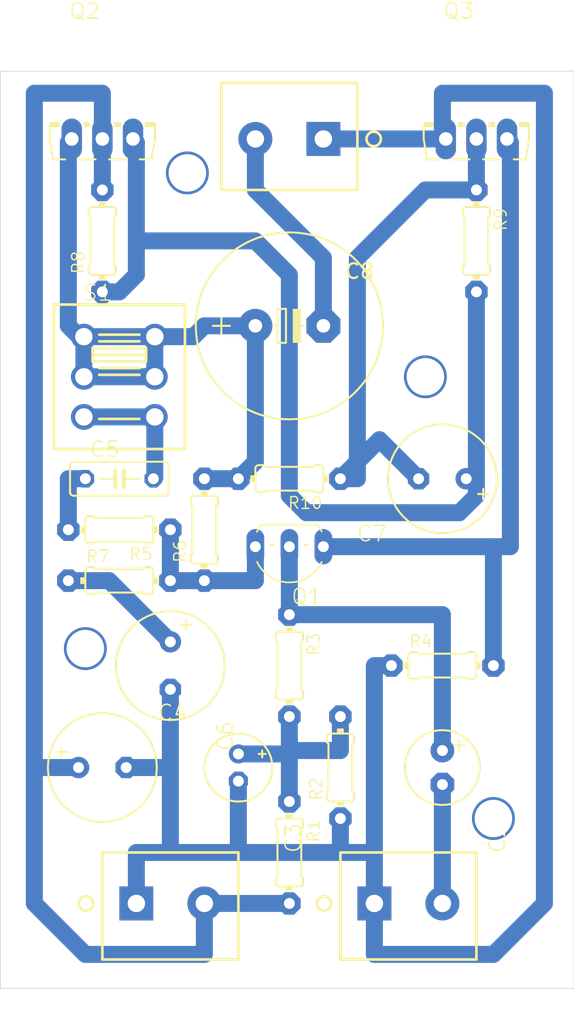
<source format=kicad_pcb>
(kicad_pcb (version 20241229) (generator "pcbnew") (generator_version "9.0")
  (layers (0 "F.Cu" signal) (2 "B.Cu" signal) (13 "F.Paste" user) (15 "B.Paste" user) (5 "F.SilkS" user "F.Silkscreen") (7 "B.SilkS" user "B.Silkscreen") (1 "F.Mask" user) (3 "B.Mask" user) (25 "Edge.Cuts" user))
  (net 0 "")
  (net 1 "N$1")
  (net 2 "N$3")
  (net 3 "N$4")
  (net 4 "N$5")
  (net 5 "N$7")
  (net 6 "N$6")
  (net 7 "N$8")
  (net 8 "N$10")
  (net 9 "N$11")
  (net 10 "N$12")
  (net 11 "+24V")
  (net 12 "GNDA")
  (net 13 "N$2")
  (net 14 "N$9")
  (net 15 "N$13")
  (net 16 "N$14")
  (net 17 "N$15")
  (net 18 "N$16")
  (footprint "AmpBoard:0204_7_420" (layer "F.Cu") (at 160.0961 115.1586)
    (property "Reference" "R4" (at -2.54 -1.2954 0) (layer "F.SilkS") (effects (font (size 0.885993 0.885993) (thickness 0.104607)) (justify left bottom)))
    (property "Value" "8K2-1/4W")
    (fp_line (start -2.54 0.762) (end -2.54 -0.762) (stroke (width 0.1524)) (layer "F.SilkS"))
    (fp_line (start -2.286 -1.016) (end -1.905 -1.016) (stroke (width 0.1524)) (layer "F.SilkS"))
    (fp_line (start -2.286 1.016) (end -1.905 1.016) (stroke (width 0.1524)) (layer "F.SilkS"))
    (fp_line (start -1.778 -0.889) (end -1.905 -1.016) (stroke (width 0.1524)) (layer "F.SilkS"))
    (fp_line (start -1.778 0.889) (end -1.905 1.016) (stroke (width 0.1524)) (layer "F.SilkS"))
    (fp_line (start 1.778 -0.889) (end -1.778 -0.889) (stroke (width 0.1524)) (layer "F.SilkS"))
    (fp_line (start 1.778 -0.889) (end 1.905 -1.016) (stroke (width 0.1524)) (layer "F.SilkS"))
    (fp_line (start 1.778 0.889) (end -1.778 0.889) (stroke (width 0.1524)) (layer "F.SilkS"))
    (fp_line (start 1.778 0.889) (end 1.905 1.016) (stroke (width 0.1524)) (layer "F.SilkS"))
    (fp_line (start 2.286 -1.016) (end 1.905 -1.016) (stroke (width 0.1524)) (layer "F.SilkS"))
    (fp_line (start 2.286 1.016) (end 1.905 1.016) (stroke (width 0.1524)) (layer "F.SilkS"))
    (fp_line (start 2.54 0.762) (end 2.54 -0.762) (stroke (width 0.1524)) (layer "F.SilkS"))
    (fp_arc (start -2.54 -0.762) (mid -2.465605 -0.941605) (end -2.286 -1.016) (stroke (width 0.1524)) (layer "F.SilkS"))
    (fp_arc (start -2.286 1.016) (mid -2.465605 0.941605) (end -2.54 0.762) (stroke (width 0.1524)) (layer "F.SilkS"))
    (fp_arc (start 2.286 -1.016) (mid 2.465605 -0.941605) (end 2.54 -0.762) (stroke (width 0.1524)) (layer "F.SilkS"))
    (fp_arc (start 2.54 0.762) (mid 2.465605 0.941605) (end 2.286 1.016) (stroke (width 0.1524)) (layer "F.SilkS"))
    (fp_poly (pts (xy -2.921 0.254) (xy -2.54 0.254) (xy -2.54 -0.254) (xy -2.921 -0.254)) (fill yes) (layer "F.SilkS"))
    (fp_poly (pts (xy 2.54 0.254) (xy 2.921 0.254) (xy 2.921 -0.254) (xy 2.54 -0.254)) (fill yes) (layer "F.SilkS"))
    (pad "1" thru_hole roundrect (at -3.81 0) (size 1.6764 1.6764) (drill 0.8128) (layers "*.Cu" "*.Mask") (chamfer_ratio 0.2928932188) (chamfer top_left top_right bottom_left bottom_right) (net 12 "GNDA"))
    (pad "2" thru_hole roundrect (at 3.81 0) (size 1.6764 1.6764) (drill 0.8128) (layers "*.Cu" "*.Mask") (chamfer_ratio 0.2928932188) (chamfer top_left top_right bottom_left bottom_right) (net 3 "N$4"))
  )
  (footprint "AmpBoard:0204_7_420" (layer "F.Cu") (at 134.6961 83.4086 90)
    (property "Reference" "R8" (at -2.54 -1.2954 90) (layer "F.SilkS") (effects (font (size 0.885993 0.885993) (thickness 0.104607)) (justify left bottom)))
    (property "Value" "560R_1/2W")
    (fp_line (start 2.286 -1.016) (end 1.905 -1.016) (stroke (width 0.1524)) (layer "F.SilkS"))
    (fp_line (start -2.286 -1.016) (end -1.905 -1.016) (stroke (width 0.1524)) (layer "F.SilkS"))
    (fp_line (start 1.778 -0.889) (end 1.905 -1.016) (stroke (width 0.1524)) (layer "F.SilkS"))
    (fp_line (start 1.778 -0.889) (end -1.778 -0.889) (stroke (width 0.1524)) (layer "F.SilkS"))
    (fp_line (start -1.778 -0.889) (end -1.905 -1.016) (stroke (width 0.1524)) (layer "F.SilkS"))
    (fp_line (start 2.54 0.762) (end 2.54 -0.762) (stroke (width 0.1524)) (layer "F.SilkS"))
    (fp_line (start -2.54 0.762) (end -2.54 -0.762) (stroke (width 0.1524)) (layer "F.SilkS"))
    (fp_line (start 1.778 0.889) (end -1.778 0.889) (stroke (width 0.1524)) (layer "F.SilkS"))
    (fp_line (start 1.778 0.889) (end 1.905 1.016) (stroke (width 0.1524)) (layer "F.SilkS"))
    (fp_line (start -1.778 0.889) (end -1.905 1.016) (stroke (width 0.1524)) (layer "F.SilkS"))
    (fp_line (start 2.286 1.016) (end 1.905 1.016) (stroke (width 0.1524)) (layer "F.SilkS"))
    (fp_line (start -2.286 1.016) (end -1.905 1.016) (stroke (width 0.1524)) (layer "F.SilkS"))
    (fp_arc (start 2.286 -1.016) (mid 2.465605 -0.941605) (end 2.54 -0.762) (stroke (width 0.1524)) (layer "F.SilkS"))
    (fp_arc (start -2.54 -0.762) (mid -2.465605 -0.941605) (end -2.286 -1.016) (stroke (width 0.1524)) (layer "F.SilkS"))
    (fp_arc (start 2.54 0.762) (mid 2.465605 0.941605) (end 2.286 1.016) (stroke (width 0.1524)) (layer "F.SilkS"))
    (fp_arc (start -2.286 1.016) (mid -2.465605 0.941605) (end -2.54 0.762) (stroke (width 0.1524)) (layer "F.SilkS"))
    (fp_poly (pts (xy 2.54 0.254) (xy 2.921 0.254) (xy 2.921 -0.254) (xy 2.54 -0.254)) (fill yes) (layer "F.SilkS"))
    (fp_poly (pts (xy -2.921 0.254) (xy -2.54 0.254) (xy -2.54 -0.254) (xy -2.921 -0.254)) (fill yes) (layer "F.SilkS"))
    (pad "1" thru_hole roundrect (at -3.81 0 90) (size 1.6764 1.6764) (drill 0.8128) (layers "*.Cu" "*.Mask") (chamfer_ratio 0.2928932188) (chamfer top_left top_right bottom_left bottom_right) (net 8 "N$10"))
    (pad "2" thru_hole roundrect (at 3.81 0 90) (size 1.6764 1.6764) (drill 0.8128) (layers "*.Cu" "*.Mask") (chamfer_ratio 0.2928932188) (chamfer top_left top_right bottom_left bottom_right) (net 11 "+24V"))
  )
  (footprint "AmpBoard:WEIDMULLER_PM5.08_2" (layer "F.Cu") (at 157.5561 132.9386)
    (property "Reference" "IN0" (hide yes))
    (property "Value" "AUDIO" (hide yes))
    (fp_line (start -5.08 -3.81) (end 5.08 -3.81) (stroke (width 0.2)) (layer "F.SilkS"))
    (fp_line (start -5.08 4.19) (end -5.08 -3.81) (stroke (width 0.2)) (layer "F.SilkS"))
    (fp_line (start 5.08 -3.81) (end 5.08 4.19) (stroke (width 0.2)) (layer "F.SilkS"))
    (fp_line (start 5.08 4.19) (end -5.08 4.19) (stroke (width 0.2)) (layer "F.SilkS"))
    (fp_circle (center -6.3 0) (end -5.761485 0) (stroke (width 0.2)) (fill no) (layer "F.SilkS"))
    (pad "1" thru_hole rect (at -2.54 0) (size 2.54 2.54) (drill 1.3) (layers "*.Cu" "*.Mask") (net 12 "GNDA"))
    (pad "2" thru_hole circle (at 2.54 0) (size 2.54 2.54) (drill 1.3) (layers "*.Cu" "*.Mask") (net 1 "N$1"))
  )
  (footprint "AmpBoard:0204_7_420" (layer "F.Cu") (at 148.6661 129.1286 -90)
    (property "Reference" "R1" (at -2.54 -1.2954 90) (layer "F.SilkS") (effects (font (size 0.885993 0.885993) (thickness 0.104607)) (justify right top)))
    (property "Value" "100K-1/4W")
    (fp_line (start -2.286 1.016) (end -1.905 1.016) (stroke (width 0.1524)) (layer "F.SilkS"))
    (fp_line (start 2.286 1.016) (end 1.905 1.016) (stroke (width 0.1524)) (layer "F.SilkS"))
    (fp_line (start -1.778 0.889) (end -1.905 1.016) (stroke (width 0.1524)) (layer "F.SilkS"))
    (fp_line (start 1.778 0.889) (end 1.905 1.016) (stroke (width 0.1524)) (layer "F.SilkS"))
    (fp_line (start 1.778 0.889) (end -1.778 0.889) (stroke (width 0.1524)) (layer "F.SilkS"))
    (fp_line (start -2.54 0.762) (end -2.54 -0.762) (stroke (width 0.1524)) (layer "F.SilkS"))
    (fp_line (start 2.54 0.762) (end 2.54 -0.762) (stroke (width 0.1524)) (layer "F.SilkS"))
    (fp_line (start -1.778 -0.889) (end -1.905 -1.016) (stroke (width 0.1524)) (layer "F.SilkS"))
    (fp_line (start 1.778 -0.889) (end -1.778 -0.889) (stroke (width 0.1524)) (layer "F.SilkS"))
    (fp_line (start 1.778 -0.889) (end 1.905 -1.016) (stroke (width 0.1524)) (layer "F.SilkS"))
    (fp_line (start -2.286 -1.016) (end -1.905 -1.016) (stroke (width 0.1524)) (layer "F.SilkS"))
    (fp_line (start 2.286 -1.016) (end 1.905 -1.016) (stroke (width 0.1524)) (layer "F.SilkS"))
    (fp_arc (start -2.286 1.016) (mid -2.465605 0.941605) (end -2.54 0.762) (stroke (width 0.1524)) (layer "F.SilkS"))
    (fp_arc (start 2.54 0.762) (mid 2.465605 0.941605) (end 2.286 1.016) (stroke (width 0.1524)) (layer "F.SilkS"))
    (fp_arc (start -2.54 -0.762) (mid -2.465605 -0.941605) (end -2.286 -1.016) (stroke (width 0.1524)) (layer "F.SilkS"))
    (fp_arc (start 2.286 -1.016) (mid 2.465605 -0.941605) (end 2.54 -0.762) (stroke (width 0.1524)) (layer "F.SilkS"))
    (fp_poly (pts (xy -2.921 0.254) (xy -2.54 0.254) (xy -2.54 -0.254) (xy -2.921 -0.254)) (fill yes) (layer "F.SilkS"))
    (fp_poly (pts (xy 2.54 0.254) (xy 2.921 0.254) (xy 2.921 -0.254) (xy 2.54 -0.254)) (fill yes) (layer "F.SilkS"))
    (pad "1" thru_hole roundrect (at -3.81 0 270) (size 1.6764 1.6764) (drill 0.8128) (layers "*.Cu" "*.Mask") (chamfer_ratio 0.2928932188) (chamfer top_left top_right bottom_left bottom_right) (net 2 "N$3"))
    (pad "2" thru_hole roundrect (at 3.81 0 270) (size 1.6764 1.6764) (drill 0.8128) (layers "*.Cu" "*.Mask") (chamfer_ratio 0.2928932188) (chamfer top_left top_right bottom_left bottom_right) (net 11 "+24V"))
  )
  (footprint "AmpBoard:E3,5-8_420" (layer "F.Cu") (at 134.6961 122.7786)
    (property "Reference" "C4" (at 4.064 -3.429 0) (layer "F.SilkS") (effects (font (size 1.1557 1.1557) (thickness 0.1143)) (justify left bottom)))
    (property "Value" "100uf-35v")
    (fp_line (start -3.429 -1.143) (end -2.667 -1.143) (stroke (width 0.1524)) (layer "F.SilkS"))
    (fp_line (start -3.048 -0.762) (end -3.048 -1.524) (stroke (width 0.1524)) (layer "F.SilkS"))
    (fp_circle (center 0 0) (end 4.064 0) (stroke (width 0.1524)) (fill no) (layer "F.SilkS"))
    (pad "+" thru_hole circle (at -1.778 0) (size 1.6002 1.6002) (drill 0.8128) (layers "*.Cu" "*.Mask") (net 11 "+24V"))
    (pad "-" thru_hole roundrect (at 1.778 0) (size 1.6002 1.6002) (drill 0.8128) (layers "*.Cu" "*.Mask") (chamfer_ratio 0.2928932188) (chamfer top_left top_right bottom_left bottom_right) (net 12 "GNDA"))
  )
  (footprint "AmpBoard:E3,5-8_420" (layer "F.Cu") (at 139.7761 115.1586 -90)
    (property "Reference" "C6" (at 4.064 -3.429 90) (layer "F.SilkS") (effects (font (size 1.1557 1.1557) (thickness 0.1143)) (justify right top)))
    (property "Value" "220uf-25v")
    (fp_line (start -3.048 -0.762) (end -3.048 -1.524) (stroke (width 0.1524)) (layer "F.SilkS"))
    (fp_line (start -3.429 -1.143) (end -2.667 -1.143) (stroke (width 0.1524)) (layer "F.SilkS"))
    (fp_circle (center 0 0) (end 4.064 0) (stroke (width 0.1524)) (fill no) (layer "F.SilkS"))
    (pad "+" thru_hole circle (at -1.778 0 270) (size 1.6002 1.6002) (drill 0.8128) (layers "*.Cu" "*.Mask") (net 5 "N$7"))
    (pad "-" thru_hole roundrect (at 1.778 0 270) (size 1.6002 1.6002) (drill 0.8128) (layers "*.Cu" "*.Mask") (chamfer_ratio 0.2928932188) (chamfer top_left top_right bottom_left bottom_right) (net 12 "GNDA"))
  )
  (footprint "AmpBoard:0204_7_420" (layer "F.Cu") (at 148.6661 101.1886 180)
    (property "Reference" "R10" (at -2.54 -1.2954 0) (layer "F.SilkS") (effects (font (size 0.885993 0.885993) (thickness 0.104607)) (justify right top)))
    (property "Value" "1R_1/2W")
    (fp_line (start 2.54 0.762) (end 2.54 -0.762) (stroke (width 0.1524)) (layer "F.SilkS"))
    (fp_line (start 2.286 1.016) (end 1.905 1.016) (stroke (width 0.1524)) (layer "F.SilkS"))
    (fp_line (start 2.286 -1.016) (end 1.905 -1.016) (stroke (width 0.1524)) (layer "F.SilkS"))
    (fp_line (start 1.778 0.889) (end 1.905 1.016) (stroke (width 0.1524)) (layer "F.SilkS"))
    (fp_line (start 1.778 0.889) (end -1.778 0.889) (stroke (width 0.1524)) (layer "F.SilkS"))
    (fp_line (start 1.778 -0.889) (end 1.905 -1.016) (stroke (width 0.1524)) (layer "F.SilkS"))
    (fp_line (start 1.778 -0.889) (end -1.778 -0.889) (stroke (width 0.1524)) (layer "F.SilkS"))
    (fp_line (start -1.778 0.889) (end -1.905 1.016) (stroke (width 0.1524)) (layer "F.SilkS"))
    (fp_line (start -1.778 -0.889) (end -1.905 -1.016) (stroke (width 0.1524)) (layer "F.SilkS"))
    (fp_line (start -2.286 1.016) (end -1.905 1.016) (stroke (width 0.1524)) (layer "F.SilkS"))
    (fp_line (start -2.286 -1.016) (end -1.905 -1.016) (stroke (width 0.1524)) (layer "F.SilkS"))
    (fp_line (start -2.54 0.762) (end -2.54 -0.762) (stroke (width 0.1524)) (layer "F.SilkS"))
    (fp_arc (start 2.54 0.762) (mid 2.465605 0.941605) (end 2.286 1.016) (stroke (width 0.1524)) (layer "F.SilkS"))
    (fp_arc (start 2.286 -1.016) (mid 2.465605 -0.941605) (end 2.54 -0.762) (stroke (width 0.1524)) (layer "F.SilkS"))
    (fp_arc (start -2.286 1.016) (mid -2.465605 0.941605) (end -2.54 0.762) (stroke (width 0.1524)) (layer "F.SilkS"))
    (fp_arc (start -2.54 -0.762) (mid -2.465605 -0.941605) (end -2.286 -1.016) (stroke (width 0.1524)) (layer "F.SilkS"))
    (fp_poly (pts (xy 2.54 0.254) (xy 2.921 0.254) (xy 2.921 -0.254) (xy 2.54 -0.254)) (fill yes) (layer "F.SilkS"))
    (fp_poly (pts (xy -2.921 0.254) (xy -2.54 0.254) (xy -2.54 -0.254) (xy -2.921 -0.254)) (fill yes) (layer "F.SilkS"))
    (pad "1" thru_hole roundrect (at -3.81 0 180) (size 1.6764 1.6764) (drill 0.8128) (layers "*.Cu" "*.Mask") (chamfer_ratio 0.2928932188) (chamfer top_left top_right bottom_left bottom_right) (net 9 "N$11"))
    (pad "2" thru_hole roundrect (at 3.81 0 180) (size 1.6764 1.6764) (drill 0.8128) (layers "*.Cu" "*.Mask") (chamfer_ratio 0.2928932188) (chamfer top_left top_right bottom_left bottom_right) (net 7 "N$8"))
  )
  (footprint "AmpBoard:E5-13_420" (layer "F.Cu") (at 148.6661 89.7586)
    (property "Reference" "C8" (at 4.064 -3.429 0) (layer "F.SilkS") (effects (font (size 1.10998 1.10998) (thickness 0.16002)) (justify left bottom)))
    (property "Value" "1000uf-25v")
    (fp_line (start -5.715 0) (end -4.445 0) (stroke (width 0.1524)) (layer "F.SilkS"))
    (fp_line (start -5.08 0.635) (end -5.08 -0.635) (stroke (width 0.1524)) (layer "F.SilkS"))
    (fp_line (start -1.143 0) (end -0.889 0) (stroke (width 0.1524)) (layer "F.SilkS"))
    (fp_line (start -0.889 -1.27) (end -0.889 0) (stroke (width 0.1524)) (layer "F.SilkS"))
    (fp_line (start -0.889 0) (end -0.889 1.27) (stroke (width 0.1524)) (layer "F.SilkS"))
    (fp_line (start -0.889 1.27) (end -0.254 1.27) (stroke (width 0.1524)) (layer "F.SilkS"))
    (fp_line (start -0.254 -1.27) (end -0.889 -1.27) (stroke (width 0.1524)) (layer "F.SilkS"))
    (fp_line (start -0.254 1.27) (end -0.254 -1.27) (stroke (width 0.1524)) (layer "F.SilkS"))
    (fp_line (start 0.635 0) (end 1.143 0) (stroke (width 0.1524)) (layer "F.SilkS"))
    (fp_circle (center 0 0) (end 6.985 0) (stroke (width 0.1524)) (fill no) (layer "F.SilkS"))
    (fp_poly (pts (xy 0.254 1.27) (xy 0.889 1.27) (xy 0.889 -1.27) (xy 0.254 -1.27)) (fill yes) (layer "F.SilkS"))
    (pad "+" thru_hole circle (at -2.54 0) (size 2.54 2.54) (drill 1.016) (layers "*.Cu" "*.Mask") (net 7 "N$8"))
    (pad "-" thru_hole roundrect (at 2.54 0) (size 2.54 2.54) (drill 1.016) (layers "*.Cu" "*.Mask") (chamfer_ratio 0.2928932188) (chamfer top_left top_right bottom_left bottom_right) (net 10 "N$12"))
  )
  (footprint "AmpBoard:TO126AV_400" (layer "F.Cu") (at 162.6361 74.5186)
    (property "Reference" "Q3" (at -2.54 -7.62 0) (layer "F.SilkS") (effects (font (size 1.1557 1.1557) (thickness 0.1143)) (justify left bottom)))
    (property "Value" "BD439")
    (fp_line (start -3.937 0.127) (end -3.937 1.27) (stroke (width 0.1524)) (layer "F.SilkS"))
    (fp_line (start -3.937 1.27) (end -3.683 2.794) (stroke (width 0.1524)) (layer "F.SilkS"))
    (fp_line (start -3.683 2.794) (end -2.794 2.794) (stroke (width 0.1524)) (layer "F.SilkS"))
    (fp_line (start -1.778 2.794) (end -0.508 2.794) (stroke (width 0.1524)) (layer "F.SilkS"))
    (fp_line (start 0.508 2.794) (end 1.778 2.794) (stroke (width 0.1524)) (layer "F.SilkS"))
    (fp_line (start 2.794 2.794) (end 3.683 2.794) (stroke (width 0.1524)) (layer "F.SilkS"))
    (fp_line (start 3.683 2.794) (end 3.937 1.27) (stroke (width 0.1524)) (layer "F.SilkS"))
    (fp_line (start 3.937 1.27) (end 3.937 0.127) (stroke (width 0.1524)) (layer "F.SilkS"))
    (fp_poly (pts (xy -3.937 0.381) (xy -3.175 0.381) (xy -3.175 0) (xy -3.937 0)) (fill yes) (layer "F.SilkS"))
    (fp_poly (pts (xy -1.397 0.381) (xy -0.889 0.381) (xy -0.889 0) (xy -1.397 0)) (fill yes) (layer "F.SilkS"))
    (fp_poly (pts (xy 0.889 0.381) (xy 1.397 0.381) (xy 1.397 0) (xy 0.889 0)) (fill yes) (layer "F.SilkS"))
    (fp_poly (pts (xy 3.175 0.381) (xy 3.937 0.381) (xy 3.937 0) (xy 3.175 0)) (fill yes) (layer "F.SilkS"))
    (pad "B" thru_hole oval (at 2.286 1.27 90) (size 3.048 1.524) (drill 1.016) (layers "*.Cu" "*.Mask") (net 3 "N$4"))
    (pad "C" thru_hole oval (at 0 1.27 90) (size 3.048 1.524) (drill 1.016) (layers "*.Cu" "*.Mask") (net 9 "N$11"))
    (pad "E" thru_hole oval (at -2.286 1.27 90) (size 3.048 1.524) (drill 1.016) (layers "*.Cu" "*.Mask") (net 12 "GNDA"))
  )
  (footprint "AmpBoard:E2,5-6_420" (layer "F.Cu") (at 160.0961 122.7786 -90)
    (property "Reference" "C2" (at 4.064 -3.429 90) (layer "F.SilkS") (effects (font (size 1.1557 1.1557) (thickness 0.1143)) (justify right top)))
    (property "Value" "10uf-63v")
    (fp_line (start -1.651 -0.889) (end -1.651 -1.27) (stroke (width 0.1524)) (layer "F.SilkS"))
    (fp_line (start -2.032 -1.27) (end -1.651 -1.27) (stroke (width 0.1524)) (layer "F.SilkS"))
    (fp_line (start -1.651 -1.27) (end -1.27 -1.27) (stroke (width 0.1524)) (layer "F.SilkS"))
    (fp_line (start -1.651 -1.27) (end -1.651 -1.651) (stroke (width 0.1524)) (layer "F.SilkS"))
    (fp_circle (center 0 0) (end 2.794 0) (stroke (width 0.1524)) (fill no) (layer "F.SilkS"))
    (pad "+" thru_hole circle (at -1.27 0 270) (size 1.778 1.778) (drill 0.8128) (layers "*.Cu" "*.Mask") (net 13 "N$2"))
    (pad "-" thru_hole roundrect (at 1.27 0 270) (size 1.778 1.778) (drill 0.8128) (layers "*.Cu" "*.Mask") (chamfer_ratio 0.2928932188) (chamfer top_left top_right bottom_left bottom_right) (net 1 "N$1"))
  )
  (footprint "AmpBoard:E2-5_420" (layer "F.Cu") (at 144.8561 122.7786 -90)
    (property "Reference" "C3" (at 4.064 -3.429 90) (layer "F.SilkS") (effects (font (size 1.1557 1.1557) (thickness 0.1143)) (justify right top)))
    (property "Value" "47uf-25v")
    (fp_line (start -1.016 -1.524) (end -1.016 -2.032) (stroke (width 0.1524)) (layer "F.SilkS"))
    (fp_line (start -1.27 -1.778) (end -0.762 -1.778) (stroke (width 0.1524)) (layer "F.SilkS"))
    (fp_circle (center 0 0) (end 2.54 0) (stroke (width 0.1524)) (fill no) (layer "F.SilkS"))
    (pad "+" thru_hole circle (at -1.016 0 270) (size 1.4224 1.4224) (drill 0.8128) (layers "*.Cu" "*.Mask") (net 2 "N$3"))
    (pad "-" thru_hole roundrect (at 1.016 0 270) (size 1.4224 1.4224) (drill 0.8128) (layers "*.Cu" "*.Mask") (chamfer_ratio 0.2928932188) (chamfer top_left top_right bottom_left bottom_right) (net 12 "GNDA"))
  )
  (footprint "AmpBoard:0204_7_420" (layer "F.Cu") (at 135.9661 108.8086)
    (property "Reference" "R7" (at -2.54 -1.2954 0) (layer "F.SilkS") (effects (font (size 0.885993 0.885993) (thickness 0.104607)) (justify left bottom)))
    (property "Value" "100R-1/4W")
    (fp_line (start -2.54 0.762) (end -2.54 -0.762) (stroke (width 0.1524)) (layer "F.SilkS"))
    (fp_line (start -2.286 -1.016) (end -1.905 -1.016) (stroke (width 0.1524)) (layer "F.SilkS"))
    (fp_line (start -2.286 1.016) (end -1.905 1.016) (stroke (width 0.1524)) (layer "F.SilkS"))
    (fp_line (start -1.778 -0.889) (end -1.905 -1.016) (stroke (width 0.1524)) (layer "F.SilkS"))
    (fp_line (start -1.778 0.889) (end -1.905 1.016) (stroke (width 0.1524)) (layer "F.SilkS"))
    (fp_line (start 1.778 -0.889) (end -1.778 -0.889) (stroke (width 0.1524)) (layer "F.SilkS"))
    (fp_line (start 1.778 -0.889) (end 1.905 -1.016) (stroke (width 0.1524)) (layer "F.SilkS"))
    (fp_line (start 1.778 0.889) (end -1.778 0.889) (stroke (width 0.1524)) (layer "F.SilkS"))
    (fp_line (start 1.778 0.889) (end 1.905 1.016) (stroke (width 0.1524)) (layer "F.SilkS"))
    (fp_line (start 2.286 -1.016) (end 1.905 -1.016) (stroke (width 0.1524)) (layer "F.SilkS"))
    (fp_line (start 2.286 1.016) (end 1.905 1.016) (stroke (width 0.1524)) (layer "F.SilkS"))
    (fp_line (start 2.54 0.762) (end 2.54 -0.762) (stroke (width 0.1524)) (layer "F.SilkS"))
    (fp_arc (start -2.54 -0.762) (mid -2.465605 -0.941605) (end -2.286 -1.016) (stroke (width 0.1524)) (layer "F.SilkS"))
    (fp_arc (start -2.286 1.016) (mid -2.465605 0.941605) (end -2.54 0.762) (stroke (width 0.1524)) (layer "F.SilkS"))
    (fp_arc (start 2.286 -1.016) (mid 2.465605 -0.941605) (end 2.54 -0.762) (stroke (width 0.1524)) (layer "F.SilkS"))
    (fp_arc (start 2.54 0.762) (mid 2.465605 0.941605) (end 2.286 1.016) (stroke (width 0.1524)) (layer "F.SilkS"))
    (fp_poly (pts (xy -2.921 0.254) (xy -2.54 0.254) (xy -2.54 -0.254) (xy -2.921 -0.254)) (fill yes) (layer "F.SilkS"))
    (fp_poly (pts (xy 2.54 0.254) (xy 2.921 0.254) (xy 2.921 -0.254) (xy 2.54 -0.254)) (fill yes) (layer "F.SilkS"))
    (pad "1" thru_hole roundrect (at -3.81 0) (size 1.6764 1.6764) (drill 0.8128) (layers "*.Cu" "*.Mask") (chamfer_ratio 0.2928932188) (chamfer top_left top_right bottom_left bottom_right) (net 5 "N$7"))
    (pad "2" thru_hole roundrect (at 3.81 0) (size 1.6764 1.6764) (drill 0.8128) (layers "*.Cu" "*.Mask") (chamfer_ratio 0.2928932188) (chamfer top_left top_right bottom_left bottom_right) (net 4 "N$5"))
  )
  (footprint "AmpBoard:0204_7_420" (layer "F.Cu") (at 135.9661 104.9986 180)
    (property "Reference" "R5" (at -2.54 -1.2954 0) (layer "F.SilkS") (effects (font (size 0.885993 0.885993) (thickness 0.104607)) (justify right top)))
    (property "Value" "1K5-1/4W")
    (fp_line (start 2.54 0.762) (end 2.54 -0.762) (stroke (width 0.1524)) (layer "F.SilkS"))
    (fp_line (start 2.286 1.016) (end 1.905 1.016) (stroke (width 0.1524)) (layer "F.SilkS"))
    (fp_line (start 2.286 -1.016) (end 1.905 -1.016) (stroke (width 0.1524)) (layer "F.SilkS"))
    (fp_line (start 1.778 0.889) (end 1.905 1.016) (stroke (width 0.1524)) (layer "F.SilkS"))
    (fp_line (start 1.778 0.889) (end -1.778 0.889) (stroke (width 0.1524)) (layer "F.SilkS"))
    (fp_line (start 1.778 -0.889) (end 1.905 -1.016) (stroke (width 0.1524)) (layer "F.SilkS"))
    (fp_line (start 1.778 -0.889) (end -1.778 -0.889) (stroke (width 0.1524)) (layer "F.SilkS"))
    (fp_line (start -1.778 0.889) (end -1.905 1.016) (stroke (width 0.1524)) (layer "F.SilkS"))
    (fp_line (start -1.778 -0.889) (end -1.905 -1.016) (stroke (width 0.1524)) (layer "F.SilkS"))
    (fp_line (start -2.286 1.016) (end -1.905 1.016) (stroke (width 0.1524)) (layer "F.SilkS"))
    (fp_line (start -2.286 -1.016) (end -1.905 -1.016) (stroke (width 0.1524)) (layer "F.SilkS"))
    (fp_line (start -2.54 0.762) (end -2.54 -0.762) (stroke (width 0.1524)) (layer "F.SilkS"))
    (fp_arc (start 2.54 0.762) (mid 2.465605 0.941605) (end 2.286 1.016) (stroke (width 0.1524)) (layer "F.SilkS"))
    (fp_arc (start 2.286 -1.016) (mid 2.465605 -0.941605) (end 2.54 -0.762) (stroke (width 0.1524)) (layer "F.SilkS"))
    (fp_arc (start -2.286 1.016) (mid -2.465605 0.941605) (end -2.54 0.762) (stroke (width 0.1524)) (layer "F.SilkS"))
    (fp_arc (start -2.54 -0.762) (mid -2.465605 -0.941605) (end -2.286 -1.016) (stroke (width 0.1524)) (layer "F.SilkS"))
    (fp_poly (pts (xy 2.54 0.254) (xy 2.921 0.254) (xy 2.921 -0.254) (xy 2.54 -0.254)) (fill yes) (layer "F.SilkS"))
    (fp_poly (pts (xy -2.921 0.254) (xy -2.54 0.254) (xy -2.54 -0.254) (xy -2.921 -0.254)) (fill yes) (layer "F.SilkS"))
    (pad "1" thru_hole roundrect (at -3.81 0 180) (size 1.6764 1.6764) (drill 0.8128) (layers "*.Cu" "*.Mask") (chamfer_ratio 0.2928932188) (chamfer top_left top_right bottom_left bottom_right) (net 4 "N$5"))
    (pad "2" thru_hole roundrect (at 3.81 0 180) (size 1.6764 1.6764) (drill 0.8128) (layers "*.Cu" "*.Mask") (chamfer_ratio 0.2928932188) (chamfer top_left top_right bottom_left bottom_right) (net 6 "N$6"))
  )
  (footprint "AmpBoard:E3,5-8_420" (layer "F.Cu") (at 160.0961 101.1886 180)
    (property "Reference" "C7" (at 4.064 -3.429 0) (layer "F.SilkS") (effects (font (size 1.1557 1.1557) (thickness 0.1143)) (justify right top)))
    (property "Value" "220uf-25v")
    (fp_line (start -3.048 -0.762) (end -3.048 -1.524) (stroke (width 0.1524)) (layer "F.SilkS"))
    (fp_line (start -3.429 -1.143) (end -2.667 -1.143) (stroke (width 0.1524)) (layer "F.SilkS"))
    (fp_circle (center 0 0) (end 4.064 0) (stroke (width 0.1524)) (fill no) (layer "F.SilkS"))
    (pad "+" thru_hole circle (at -1.778 0 180) (size 1.6002 1.6002) (drill 0.8128) (layers "*.Cu" "*.Mask") (net 8 "N$10"))
    (pad "-" thru_hole roundrect (at 1.778 0 180) (size 1.6002 1.6002) (drill 0.8128) (layers "*.Cu" "*.Mask") (chamfer_ratio 0.2928932188) (chamfer top_left top_right bottom_left bottom_right) (net 9 "N$11"))
  )
  (footprint "AmpBoard:WEIDMULLER_PM5.08_2" (layer "F.Cu") (at 139.7761 132.9386)
    (property "Reference" "POW0" (hide yes))
    (property "Value" "24V" (hide yes))
    (fp_line (start -5.08 -3.81) (end 5.08 -3.81) (stroke (width 0.2)) (layer "F.SilkS"))
    (fp_line (start -5.08 4.19) (end -5.08 -3.81) (stroke (width 0.2)) (layer "F.SilkS"))
    (fp_line (start 5.08 -3.81) (end 5.08 4.19) (stroke (width 0.2)) (layer "F.SilkS"))
    (fp_line (start 5.08 4.19) (end -5.08 4.19) (stroke (width 0.2)) (layer "F.SilkS"))
    (fp_circle (center -6.3 0) (end -5.761485 0) (stroke (width 0.2)) (fill no) (layer "F.SilkS"))
    (pad "1" thru_hole rect (at -2.54 0) (size 2.54 2.54) (drill 1.3) (layers "*.Cu" "*.Mask") (net 12 "GNDA"))
    (pad "2" thru_hole circle (at 2.54 0) (size 2.54 2.54) (drill 1.3) (layers "*.Cu" "*.Mask") (net 11 "+24V"))
  )
  (footprint "AmpBoard:0204_7_420" (layer "F.Cu") (at 152.4761 122.7786 90)
    (property "Reference" "R2" (at -2.54 -1.2954 90) (layer "F.SilkS") (effects (font (size 0.885993 0.885993) (thickness 0.104607)) (justify left bottom)))
    (property "Value" "12K-1/4W")
    (fp_line (start 2.286 -1.016) (end 1.905 -1.016) (stroke (width 0.1524)) (layer "F.SilkS"))
    (fp_line (start -2.286 -1.016) (end -1.905 -1.016) (stroke (width 0.1524)) (layer "F.SilkS"))
    (fp_line (start 1.778 -0.889) (end 1.905 -1.016) (stroke (width 0.1524)) (layer "F.SilkS"))
    (fp_line (start 1.778 -0.889) (end -1.778 -0.889) (stroke (width 0.1524)) (layer "F.SilkS"))
    (fp_line (start -1.778 -0.889) (end -1.905 -1.016) (stroke (width 0.1524)) (layer "F.SilkS"))
    (fp_line (start 2.54 0.762) (end 2.54 -0.762) (stroke (width 0.1524)) (layer "F.SilkS"))
    (fp_line (start -2.54 0.762) (end -2.54 -0.762) (stroke (width 0.1524)) (layer "F.SilkS"))
    (fp_line (start 1.778 0.889) (end -1.778 0.889) (stroke (width 0.1524)) (layer "F.SilkS"))
    (fp_line (start 1.778 0.889) (end 1.905 1.016) (stroke (width 0.1524)) (layer "F.SilkS"))
    (fp_line (start -1.778 0.889) (end -1.905 1.016) (stroke (width 0.1524)) (layer "F.SilkS"))
    (fp_line (start 2.286 1.016) (end 1.905 1.016) (stroke (width 0.1524)) (layer "F.SilkS"))
    (fp_line (start -2.286 1.016) (end -1.905 1.016) (stroke (width 0.1524)) (layer "F.SilkS"))
    (fp_arc (start 2.286 -1.016) (mid 2.465605 -0.941605) (end 2.54 -0.762) (stroke (width 0.1524)) (layer "F.SilkS"))
    (fp_arc (start -2.54 -0.762) (mid -2.465605 -0.941605) (end -2.286 -1.016) (stroke (width 0.1524)) (layer "F.SilkS"))
    (fp_arc (start 2.54 0.762) (mid 2.465605 0.941605) (end 2.286 1.016) (stroke (width 0.1524)) (layer "F.SilkS"))
    (fp_arc (start -2.286 1.016) (mid -2.465605 0.941605) (end -2.54 0.762) (stroke (width 0.1524)) (layer "F.SilkS"))
    (fp_poly (pts (xy 2.54 0.254) (xy 2.921 0.254) (xy 2.921 -0.254) (xy 2.54 -0.254)) (fill yes) (layer "F.SilkS"))
    (fp_poly (pts (xy -2.921 0.254) (xy -2.54 0.254) (xy -2.54 -0.254) (xy -2.921 -0.254)) (fill yes) (layer "F.SilkS"))
    (pad "1" thru_hole roundrect (at -3.81 0 90) (size 1.6764 1.6764) (drill 0.8128) (layers "*.Cu" "*.Mask") (chamfer_ratio 0.2928932188) (chamfer top_left top_right bottom_left bottom_right) (net 12 "GNDA"))
    (pad "2" thru_hole roundrect (at 3.81 0 90) (size 1.6764 1.6764) (drill 0.8128) (layers "*.Cu" "*.Mask") (chamfer_ratio 0.2928932188) (chamfer top_left top_right bottom_left bottom_right) (net 2 "N$3"))
  )
  (footprint "AmpBoard:WEIDMULLER_PM5.08_2" (layer "F.Cu") (at 148.6661 75.7886 180)
    (property "Reference" "OUT0" (hide yes))
    (property "Value" "SPK" (hide yes))
    (fp_line (start 5.08 4.19) (end -5.08 4.19) (stroke (width 0.2)) (layer "F.SilkS"))
    (fp_line (start 5.08 -3.81) (end 5.08 4.19) (stroke (width 0.2)) (layer "F.SilkS"))
    (fp_line (start -5.08 4.19) (end -5.08 -3.81) (stroke (width 0.2)) (layer "F.SilkS"))
    (fp_line (start -5.08 -3.81) (end 5.08 -3.81) (stroke (width 0.2)) (layer "F.SilkS"))
    (fp_circle (center -6.3 0) (end -5.761485 0) (stroke (width 0.2)) (fill no) (layer "F.SilkS"))
    (pad "1" thru_hole rect (at -2.54 0 180) (size 2.54 2.54) (drill 1.3) (layers "*.Cu" "*.Mask") (net 12 "GNDA"))
    (pad "2" thru_hole circle (at 2.54 0 180) (size 2.54 2.54) (drill 1.3) (layers "*.Cu" "*.Mask") (net 10 "N$12"))
  )
  (footprint "AmpBoard:0204_7_420" (layer "F.Cu") (at 142.3161 104.9986 90)
    (property "Reference" "R6" (at -2.54 -1.2954 90) (layer "F.SilkS") (effects (font (size 0.885993 0.885993) (thickness 0.104607)) (justify left bottom)))
    (property "Value" "2K7-1/4W")
    (fp_line (start 2.286 -1.016) (end 1.905 -1.016) (stroke (width 0.1524)) (layer "F.SilkS"))
    (fp_line (start -2.286 -1.016) (end -1.905 -1.016) (stroke (width 0.1524)) (layer "F.SilkS"))
    (fp_line (start 1.778 -0.889) (end 1.905 -1.016) (stroke (width 0.1524)) (layer "F.SilkS"))
    (fp_line (start 1.778 -0.889) (end -1.778 -0.889) (stroke (width 0.1524)) (layer "F.SilkS"))
    (fp_line (start -1.778 -0.889) (end -1.905 -1.016) (stroke (width 0.1524)) (layer "F.SilkS"))
    (fp_line (start 2.54 0.762) (end 2.54 -0.762) (stroke (width 0.1524)) (layer "F.SilkS"))
    (fp_line (start -2.54 0.762) (end -2.54 -0.762) (stroke (width 0.1524)) (layer "F.SilkS"))
    (fp_line (start 1.778 0.889) (end -1.778 0.889) (stroke (width 0.1524)) (layer "F.SilkS"))
    (fp_line (start 1.778 0.889) (end 1.905 1.016) (stroke (width 0.1524)) (layer "F.SilkS"))
    (fp_line (start -1.778 0.889) (end -1.905 1.016) (stroke (width 0.1524)) (layer "F.SilkS"))
    (fp_line (start 2.286 1.016) (end 1.905 1.016) (stroke (width 0.1524)) (layer "F.SilkS"))
    (fp_line (start -2.286 1.016) (end -1.905 1.016) (stroke (width 0.1524)) (layer "F.SilkS"))
    (fp_arc (start 2.286 -1.016) (mid 2.465605 -0.941605) (end 2.54 -0.762) (stroke (width 0.1524)) (layer "F.SilkS"))
    (fp_arc (start -2.54 -0.762) (mid -2.465605 -0.941605) (end -2.286 -1.016) (stroke (width 0.1524)) (layer "F.SilkS"))
    (fp_arc (start 2.54 0.762) (mid 2.465605 0.941605) (end 2.286 1.016) (stroke (width 0.1524)) (layer "F.SilkS"))
    (fp_arc (start -2.286 1.016) (mid -2.465605 0.941605) (end -2.54 0.762) (stroke (width 0.1524)) (layer "F.SilkS"))
    (fp_poly (pts (xy 2.54 0.254) (xy 2.921 0.254) (xy 2.921 -0.254) (xy 2.54 -0.254)) (fill yes) (layer "F.SilkS"))
    (fp_poly (pts (xy -2.921 0.254) (xy -2.54 0.254) (xy -2.54 -0.254) (xy -2.921 -0.254)) (fill yes) (layer "F.SilkS"))
    (pad "1" thru_hole roundrect (at -3.81 0 90) (size 1.6764 1.6764) (drill 0.8128) (layers "*.Cu" "*.Mask") (chamfer_ratio 0.2928932188) (chamfer top_left top_right bottom_left bottom_right) (net 4 "N$5"))
    (pad "2" thru_hole roundrect (at 3.81 0 90) (size 1.6764 1.6764) (drill 0.8128) (layers "*.Cu" "*.Mask") (chamfer_ratio 0.2928932188) (chamfer top_left top_right bottom_left bottom_right) (net 7 "N$8"))
  )
  (footprint "AmpBoard:0204_7_420" (layer "F.Cu") (at 162.6361 83.4086 -90)
    (property "Reference" "R9" (at -2.54 -1.2954 90) (layer "F.SilkS") (effects (font (size 0.885993 0.885993) (thickness 0.104607)) (justify right top)))
    (property "Value" "100R-1/4W")
    (fp_line (start -2.286 1.016) (end -1.905 1.016) (stroke (width 0.1524)) (layer "F.SilkS"))
    (fp_line (start 2.286 1.016) (end 1.905 1.016) (stroke (width 0.1524)) (layer "F.SilkS"))
    (fp_line (start -1.778 0.889) (end -1.905 1.016) (stroke (width 0.1524)) (layer "F.SilkS"))
    (fp_line (start 1.778 0.889) (end 1.905 1.016) (stroke (width 0.1524)) (layer "F.SilkS"))
    (fp_line (start 1.778 0.889) (end -1.778 0.889) (stroke (width 0.1524)) (layer "F.SilkS"))
    (fp_line (start -2.54 0.762) (end -2.54 -0.762) (stroke (width 0.1524)) (layer "F.SilkS"))
    (fp_line (start 2.54 0.762) (end 2.54 -0.762) (stroke (width 0.1524)) (layer "F.SilkS"))
    (fp_line (start -1.778 -0.889) (end -1.905 -1.016) (stroke (width 0.1524)) (layer "F.SilkS"))
    (fp_line (start 1.778 -0.889) (end -1.778 -0.889) (stroke (width 0.1524)) (layer "F.SilkS"))
    (fp_line (start 1.778 -0.889) (end 1.905 -1.016) (stroke (width 0.1524)) (layer "F.SilkS"))
    (fp_line (start -2.286 -1.016) (end -1.905 -1.016) (stroke (width 0.1524)) (layer "F.SilkS"))
    (fp_line (start 2.286 -1.016) (end 1.905 -1.016) (stroke (width 0.1524)) (layer "F.SilkS"))
    (fp_arc (start -2.286 1.016) (mid -2.465605 0.941605) (end -2.54 0.762) (stroke (width 0.1524)) (layer "F.SilkS"))
    (fp_arc (start 2.54 0.762) (mid 2.465605 0.941605) (end 2.286 1.016) (stroke (width 0.1524)) (layer "F.SilkS"))
    (fp_arc (start -2.54 -0.762) (mid -2.465605 -0.941605) (end -2.286 -1.016) (stroke (width 0.1524)) (layer "F.SilkS"))
    (fp_arc (start 2.286 -1.016) (mid 2.465605 -0.941605) (end 2.54 -0.762) (stroke (width 0.1524)) (layer "F.SilkS"))
    (fp_poly (pts (xy -2.921 0.254) (xy -2.54 0.254) (xy -2.54 -0.254) (xy -2.921 -0.254)) (fill yes) (layer "F.SilkS"))
    (fp_poly (pts (xy 2.54 0.254) (xy 2.921 0.254) (xy 2.921 -0.254) (xy 2.54 -0.254)) (fill yes) (layer "F.SilkS"))
    (pad "1" thru_hole roundrect (at -3.81 0 270) (size 1.6764 1.6764) (drill 0.8128) (layers "*.Cu" "*.Mask") (chamfer_ratio 0.2928932188) (chamfer top_left top_right bottom_left bottom_right) (net 9 "N$11"))
    (pad "2" thru_hole roundrect (at 3.81 0 270) (size 1.6764 1.6764) (drill 0.8128) (layers "*.Cu" "*.Mask") (chamfer_ratio 0.2928932188) (chamfer top_left top_right bottom_left bottom_right) (net 8 "N$10"))
  )
  (footprint "AmpBoard:2P2T_380" (layer "F.Cu") (at 135.9661 93.5686 -90)
    (property "Reference" "S1" (at -5.588 2.794004 0) (layer "F.SilkS") (effects (font (size 1.176528 1.176528) (thickness 0.093472)) (justify left bottom)))
    (property "Value" "2P2T")
    (fp_line (start -5.4 4.9) (end -5.4 -4.9) (stroke (width 0.2032)) (layer "F.SilkS"))
    (fp_line (start 5.4 4.9) (end -5.4 4.9) (stroke (width 0.2032)) (layer "F.SilkS"))
    (fp_line (start -2.15 2) (end -2.15 -2) (stroke (width 0.2032)) (layer "F.SilkS"))
    (fp_line (start -1.65 2) (end -2.15 2) (stroke (width 0.2032)) (layer "F.SilkS"))
    (fp_line (start -1.65 2) (end -1.65 -2) (stroke (width 0.2032)) (layer "F.SilkS"))
    (fp_line (start -1.15 2) (end -1.65 2) (stroke (width 0.2032)) (layer "F.SilkS"))
    (fp_line (start -1.15 2) (end -1.15 -2) (stroke (width 0.2032)) (layer "F.SilkS"))
    (fp_line (start -3.15 1.5) (end -3.15 -1.5) (stroke (width 0.2032)) (layer "F.SilkS"))
    (fp_line (start -2.65 1.5) (end -2.65 -1.5) (stroke (width 0.2032)) (layer "F.SilkS"))
    (fp_line (start -0.65 1.5) (end -0.65 -1.5) (stroke (width 0.2032)) (layer "F.SilkS"))
    (fp_line (start -0.15 1.5) (end -0.15 -1.5) (stroke (width 0.2032)) (layer "F.SilkS"))
    (fp_line (start 3.15 -1.5) (end 3.15 1.5) (stroke (width 0.2032)) (layer "F.SilkS"))
    (fp_line (start -2.15 -2) (end -1.65 -2) (stroke (width 0.2032)) (layer "F.SilkS"))
    (fp_line (start -1.65 -2) (end -1.15 -2) (stroke (width 0.2032)) (layer "F.SilkS"))
    (fp_line (start -5.4 -4.9) (end 5.4 -4.9) (stroke (width 0.2032)) (layer "F.SilkS"))
    (fp_line (start 5.4 -4.9) (end 5.4 4.9) (stroke (width 0.2032)) (layer "F.SilkS"))
    (pad "1.1" thru_hole circle (at -3 -2.65 270) (size 1.9304 1.9304) (drill 1.3) (layers "*.Cu" "*.Mask") (net 7 "N$8"))
    (pad "1.2" thru_hole circle (at -3 2.65 270) (size 1.9304 1.9304) (drill 1.3) (layers "*.Cu" "*.Mask") (net 7 "N$8"))
    (pad "2.1" thru_hole circle (at 0 -2.65 270) (size 1.9304 1.9304) (drill 1.3) (layers "*.Cu" "*.Mask") (net 7 "N$8"))
    (pad "2.2" thru_hole circle (at 0 2.65 270) (size 1.9304 1.9304) (drill 1.3) (layers "*.Cu" "*.Mask") (net 7 "N$8"))
    (pad "3.1" thru_hole circle (at 3 -2.65 270) (size 1.9304 1.9304) (drill 1.3) (layers "*.Cu" "*.Mask") (net 14 "N$9"))
    (pad "3.2" thru_hole circle (at 3 2.65 270) (size 1.9304 1.9304) (drill 1.3) (layers "*.Cu" "*.Mask") (net 14 "N$9"))
  )
  (footprint "AmpBoard:C050-025X075_420" (layer "F.Cu") (at 135.9661 101.1886)
    (property "Reference" "C5" (at -2.286 -1.524 0) (layer "F.SilkS") (effects (font (size 1.1557 1.1557) (thickness 0.1143)) (justify left bottom)))
    (property "Value" "150nf-63v")
    (fp_line (start -3.683 -1.016) (end -3.683 1.016) (stroke (width 0.1524)) (layer "F.SilkS"))
    (fp_line (start -3.429 1.27) (end 3.429 1.27) (stroke (width 0.1524)) (layer "F.SilkS"))
    (fp_line (start -0.3048 -0.635) (end -0.3048 0) (stroke (width 0.3048)) (layer "F.SilkS"))
    (fp_line (start -0.3048 0) (end -1.524 0) (stroke (width 0.1524)) (layer "F.SilkS"))
    (fp_line (start -0.3048 0) (end -0.3048 0.635) (stroke (width 0.3048)) (layer "F.SilkS"))
    (fp_line (start 0.3302 -0.635) (end 0.3302 0) (stroke (width 0.3048)) (layer "F.SilkS"))
    (fp_line (start 0.3302 0) (end 0.3302 0.635) (stroke (width 0.3048)) (layer "F.SilkS"))
    (fp_line (start 0.3302 0) (end 1.524 0) (stroke (width 0.1524)) (layer "F.SilkS"))
    (fp_line (start 3.429 -1.27) (end -3.429 -1.27) (stroke (width 0.1524)) (layer "F.SilkS"))
    (fp_line (start 3.683 1.016) (end 3.683 -1.016) (stroke (width 0.1524)) (layer "F.SilkS"))
    (fp_arc (start -3.683 -1.016) (mid -3.608605 -1.195605) (end -3.429 -1.27) (stroke (width 0.1524)) (layer "F.SilkS"))
    (fp_arc (start -3.429 1.27) (mid -3.608605 1.195605) (end -3.683 1.016) (stroke (width 0.1524)) (layer "F.SilkS"))
    (fp_arc (start 3.429 -1.27) (mid 3.608605 -1.195605) (end 3.683 -1.016) (stroke (width 0.1524)) (layer "F.SilkS"))
    (fp_arc (start 3.683 1.016) (mid 3.608605 1.195605) (end 3.429 1.27) (stroke (width 0.1524)) (layer "F.SilkS"))
    (pad "1" thru_hole roundrect (at -2.54 0) (size 1.3208 1.3208) (drill 0.8128) (layers "*.Cu" "*.Mask") (chamfer_ratio 0.2928932188) (chamfer top_left top_right bottom_left bottom_right) (net 6 "N$6"))
    (pad "2" thru_hole roundrect (at 2.54 0) (size 1.3208 1.3208) (drill 0.8128) (layers "*.Cu" "*.Mask") (chamfer_ratio 0.2928932188) (chamfer top_left top_right bottom_left bottom_right) (net 14 "N$9"))
  )
  (footprint "AmpBoard:0204_7_420" (layer "F.Cu") (at 148.6661 115.1586 -90)
    (property "Reference" "R3" (at -2.54 -1.2954 90) (layer "F.SilkS") (effects (font (size 0.885993 0.885993) (thickness 0.104607)) (justify right top)))
    (property "Value" "47K-1/4W")
    (fp_line (start -2.286 1.016) (end -1.905 1.016) (stroke (width 0.1524)) (layer "F.SilkS"))
    (fp_line (start 2.286 1.016) (end 1.905 1.016) (stroke (width 0.1524)) (layer "F.SilkS"))
    (fp_line (start -1.778 0.889) (end -1.905 1.016) (stroke (width 0.1524)) (layer "F.SilkS"))
    (fp_line (start 1.778 0.889) (end 1.905 1.016) (stroke (width 0.1524)) (layer "F.SilkS"))
    (fp_line (start 1.778 0.889) (end -1.778 0.889) (stroke (width 0.1524)) (layer "F.SilkS"))
    (fp_line (start -2.54 0.762) (end -2.54 -0.762) (stroke (width 0.1524)) (layer "F.SilkS"))
    (fp_line (start 2.54 0.762) (end 2.54 -0.762) (stroke (width 0.1524)) (layer "F.SilkS"))
    (fp_line (start -1.778 -0.889) (end -1.905 -1.016) (stroke (width 0.1524)) (layer "F.SilkS"))
    (fp_line (start 1.778 -0.889) (end -1.778 -0.889) (stroke (width 0.1524)) (layer "F.SilkS"))
    (fp_line (start 1.778 -0.889) (end 1.905 -1.016) (stroke (width 0.1524)) (layer "F.SilkS"))
    (fp_line (start -2.286 -1.016) (end -1.905 -1.016) (stroke (width 0.1524)) (layer "F.SilkS"))
    (fp_line (start 2.286 -1.016) (end 1.905 -1.016) (stroke (width 0.1524)) (layer "F.SilkS"))
    (fp_arc (start -2.286 1.016) (mid -2.465605 0.941605) (end -2.54 0.762) (stroke (width 0.1524)) (layer "F.SilkS"))
    (fp_arc (start 2.54 0.762) (mid 2.465605 0.941605) (end 2.286 1.016) (stroke (width 0.1524)) (layer "F.SilkS"))
    (fp_arc (start -2.54 -0.762) (mid -2.465605 -0.941605) (end -2.286 -1.016) (stroke (width 0.1524)) (layer "F.SilkS"))
    (fp_arc (start 2.286 -1.016) (mid 2.465605 -0.941605) (end 2.54 -0.762) (stroke (width 0.1524)) (layer "F.SilkS"))
    (fp_poly (pts (xy -2.921 0.254) (xy -2.54 0.254) (xy -2.54 -0.254) (xy -2.921 -0.254)) (fill yes) (layer "F.SilkS"))
    (fp_poly (pts (xy 2.54 0.254) (xy 2.921 0.254) (xy 2.921 -0.254) (xy 2.54 -0.254)) (fill yes) (layer "F.SilkS"))
    (pad "1" thru_hole roundrect (at -3.81 0 270) (size 1.6764 1.6764) (drill 0.8128) (layers "*.Cu" "*.Mask") (chamfer_ratio 0.2928932188) (chamfer top_left top_right bottom_left bottom_right) (net 13 "N$2"))
    (pad "2" thru_hole roundrect (at 3.81 0 270) (size 1.6764 1.6764) (drill 0.8128) (layers "*.Cu" "*.Mask") (chamfer_ratio 0.2928932188) (chamfer top_left top_right bottom_left bottom_right) (net 2 "N$3"))
  )
  (footprint "AmpBoard:TO126AV_400" (layer "F.Cu") (at 134.6961 74.5186)
    (property "Reference" "Q2" (at -2.54 -7.62 0) (layer "F.SilkS") (effects (font (size 1.1557 1.1557) (thickness 0.1143)) (justify left bottom)))
    (property "Value" "BD439")
    (fp_line (start -3.937 0.127) (end -3.937 1.27) (stroke (width 0.1524)) (layer "F.SilkS"))
    (fp_line (start -3.937 1.27) (end -3.683 2.794) (stroke (width 0.1524)) (layer "F.SilkS"))
    (fp_line (start -3.683 2.794) (end -2.794 2.794) (stroke (width 0.1524)) (layer "F.SilkS"))
    (fp_line (start -1.778 2.794) (end -0.508 2.794) (stroke (width 0.1524)) (layer "F.SilkS"))
    (fp_line (start 0.508 2.794) (end 1.778 2.794) (stroke (width 0.1524)) (layer "F.SilkS"))
    (fp_line (start 2.794 2.794) (end 3.683 2.794) (stroke (width 0.1524)) (layer "F.SilkS"))
    (fp_line (start 3.683 2.794) (end 3.937 1.27) (stroke (width 0.1524)) (layer "F.SilkS"))
    (fp_line (start 3.937 1.27) (end 3.937 0.127) (stroke (width 0.1524)) (layer "F.SilkS"))
    (fp_poly (pts (xy -3.937 0.381) (xy -3.175 0.381) (xy -3.175 0) (xy -3.937 0)) (fill yes) (layer "F.SilkS"))
    (fp_poly (pts (xy -1.397 0.381) (xy -0.889 0.381) (xy -0.889 0) (xy -1.397 0)) (fill yes) (layer "F.SilkS"))
    (fp_poly (pts (xy 0.889 0.381) (xy 1.397 0.381) (xy 1.397 0) (xy 0.889 0)) (fill yes) (layer "F.SilkS"))
    (fp_poly (pts (xy 3.175 0.381) (xy 3.937 0.381) (xy 3.937 0) (xy 3.175 0)) (fill yes) (layer "F.SilkS"))
    (pad "B" thru_hole oval (at 2.286 1.27 90) (size 3.048 1.524) (drill 1.016) (layers "*.Cu" "*.Mask") (net 8 "N$10"))
    (pad "C" thru_hole oval (at 0 1.27 90) (size 3.048 1.524) (drill 1.016) (layers "*.Cu" "*.Mask") (net 11 "+24V"))
    (pad "E" thru_hole oval (at -2.286 1.27 90) (size 3.048 1.524) (drill 1.016) (layers "*.Cu" "*.Mask") (net 7 "N$8"))
  )
  (footprint "AmpBoard:TO92-EBC_399" (layer "F.Cu") (at 148.6661 107.5386 180)
    (property "Reference" "Q1" (at -2.54 -1.778 0) (layer "F.SilkS") (effects (font (size 1.1557 1.1557) (thickness 0.1143)) (justify right top)))
    (property "Value" "BC560C")
    (fp_line (start 1.404 1.397) (end 1.136 1.397) (stroke (width 0.127)) (layer "F.SilkS"))
    (fp_line (start -1.136 1.397) (end -1.404 1.397) (stroke (width 0.127)) (layer "F.SilkS"))
    (fp_line (start -2.095 2.921) (end 2.095 2.921) (stroke (width 0.127)) (layer "F.SilkS"))
    (fp_arc (start 2.4247 2.3818) (mid 2.275878 2.661201) (end 2.095 2.921) (stroke (width 0.127)) (layer "F.SilkS"))
    (fp_arc (start -2.095 2.921) (mid -2.268918 2.67252) (end -2.4135 2.4059) (stroke (width 0.127)) (layer "F.SilkS"))
    (fp_arc (start -2.413 0.1341) (mid -0.000001 -1.396986) (end 2.412999 0.134099) (stroke (width 0.127)) (layer "F.SilkS"))
    (pad "B" thru_hole oval (at 0 1.27 270) (size 2.6416 1.3208) (drill 0.8128) (layers "*.Cu" "*.Mask") (net 13 "N$2"))
    (pad "C" thru_hole oval (at -2.54 1.27 270) (size 2.6416 1.3208) (drill 0.8128) (layers "*.Cu" "*.Mask") (net 3 "N$4"))
    (pad "E" thru_hole oval (at 2.54 1.27 270) (size 2.6416 1.3208) (drill 0.8128) (layers "*.Cu" "*.Mask") (net 4 "N$5"))
  )
  (gr_line (start 169.9261 70.7186) (end 127.0761 70.7186) (stroke (width 0.05)) (layer "Edge.Cuts"))
  (gr_line (start 127.0761 70.7186) (end 127.0761 139.2886) (stroke (width 0.05)) (layer "Edge.Cuts"))
  (gr_line (start 127.0761 139.2886) (end 169.9261 139.2886) (stroke (width 0.05)) (layer "Edge.Cuts"))
  (gr_line (start 169.9261 139.2886) (end 169.9261 70.7186) (stroke (width 0.05)) (layer "Edge.Cuts"))
  (segment (start 160.0961 124.0486) (end 160.0961 132.9386) (width 1.27) (layer "B.Cu") (net 1))
  (segment (start 148.6661 118.9686) (end 148.6661 121.5086) (width 1.27) (layer "B.Cu") (net 2))
  (segment (start 148.4121 121.7626) (end 144.8561 121.7626) (width 1.27) (layer "B.Cu") (net 2))
  (segment (start 148.6661 121.5086) (end 148.4121 121.7626) (width 1.27) (layer "B.Cu") (net 2))
  (segment (start 148.6661 125.3186) (end 148.6661 121.5086) (width 1.27) (layer "B.Cu") (net 2))
  (segment (start 152.4761 121.5086) (end 152.4761 118.9686) (width 1.27) (layer "B.Cu") (net 2))
  (segment (start 148.6661 121.5086) (end 152.4761 121.5086) (width 1.27) (layer "B.Cu") (net 2))
  (segment (start 163.9061 106.2686) (end 165.1761 106.2686) (width 1.27) (layer "B.Cu") (net 3))
  (segment (start 165.1761 76.0426) (end 164.9221 75.7886) (width 1.27) (layer "B.Cu") (net 3))
  (segment (start 163.9061 115.1586) (end 163.9061 106.2686) (width 1.27) (layer "B.Cu") (net 3))
  (segment (start 165.1761 106.2686) (end 165.1761 76.0426) (width 1.27) (layer "B.Cu") (net 3))
  (segment (start 163.9061 106.2686) (end 151.2061 106.2686) (width 1.27) (layer "B.Cu") (net 3))
  (segment (start 139.7761 108.8086) (end 139.7761 104.9986) (width 1.27) (layer "B.Cu") (net 4))
  (segment (start 146.1261 106.2686) (end 146.1261 108.8086) (width 1.27) (layer "B.Cu") (net 4))
  (segment (start 146.1261 108.8086) (end 142.3161 108.8086) (width 1.27) (layer "B.Cu") (net 4))
  (segment (start 142.3161 108.8086) (end 139.7761 108.8086) (width 1.27) (layer "B.Cu") (net 4))
  (segment (start 135.2041 108.8086) (end 139.7761 113.3806) (width 1.27) (layer "B.Cu") (net 5))
  (segment (start 132.1561 108.8086) (end 135.2041 108.8086) (width 1.27) (layer "B.Cu") (net 5))
  (segment (start 132.1561 101.1886) (end 133.4261 101.1886) (width 1.27) (layer "B.Cu") (net 6))
  (segment (start 132.1561 104.9986) (end 132.1561 101.1886) (width 1.27) (layer "B.Cu") (net 6))
  (segment (start 132.1561 89.7586) (end 132.9661 90.5686) (width 1.27) (layer "B.Cu") (net 7))
  (segment (start 144.8561 101.1886) (end 142.3161 101.1886) (width 1.27) (layer "B.Cu") (net 7))
  (segment (start 141.5061 90.5686) (end 142.3161 89.7586) (width 1.27) (layer "B.Cu") (net 7))
  (segment (start 133.3161 93.5686) (end 138.6161 93.5686) (width 1.27) (layer "B.Cu") (net 7))
  (segment (start 138.6161 90.5686) (end 141.5061 90.5686) (width 1.27) (layer "B.Cu") (net 7))
  (segment (start 132.1561 76.0426) (end 132.4101 75.7886) (width 1.27) (layer "B.Cu") (net 7))
  (segment (start 133.3161 90.5686) (end 133.3161 93.5686) (width 1.27) (layer "B.Cu") (net 7))
  (segment (start 144.8561 101.1886) (end 146.1261 99.9186) (width 1.27) (layer "B.Cu") (net 7))
  (segment (start 132.1561 76.0426) (end 132.1561 89.7586) (width 1.27) (layer "B.Cu") (net 7))
  (segment (start 133.3161 90.5686) (end 138.6161 90.5686) (width 1.27) (layer "B.Cu") (net 7))
  (segment (start 146.1261 89.7586) (end 146.1261 99.9186) (width 1.27) (layer "B.Cu") (net 7))
  (segment (start 138.6161 93.5686) (end 138.6161 90.5686) (width 1.27) (layer "B.Cu") (net 7))
  (segment (start 142.3161 89.7586) (end 146.1261 89.7586) (width 1.27) (layer "B.Cu") (net 7))
  (segment (start 162.6361 87.2186) (end 162.6361 101.1886) (width 1.27) (layer "B.Cu") (net 8))
  (segment (start 135.9661 87.2186) (end 137.2361 85.9486) (width 1.27) (layer "B.Cu") (net 8))
  (segment (start 162.6361 101.1886) (end 162.6361 102.4586) (width 1.27) (layer "B.Cu") (net 8))
  (segment (start 161.3661 103.7286) (end 149.9361 103.7286) (width 1.27) (layer "B.Cu") (net 8))
  (segment (start 137.2361 83.4086) (end 146.1261 83.4086) (width 1.27) (layer "B.Cu") (net 8))
  (segment (start 137.2361 85.9486) (end 137.2361 83.4086) (width 1.27) (layer "B.Cu") (net 8))
  (segment (start 161.8741 101.1886) (end 162.6361 101.1886) (width 1.27) (layer "B.Cu") (net 8))
  (segment (start 148.6661 85.9486) (end 148.6661 102.4586) (width 1.27) (layer "B.Cu") (net 8))
  (segment (start 137.2361 76.0426) (end 136.9821 75.7886) (width 1.27) (layer "B.Cu") (net 8))
  (segment (start 137.2361 83.4086) (end 137.2361 76.0426) (width 1.27) (layer "B.Cu") (net 8))
  (segment (start 134.6961 87.2186) (end 135.9661 87.2186) (width 1.27) (layer "B.Cu") (net 8))
  (segment (start 148.6661 102.4586) (end 149.9361 103.7286) (width 1.27) (layer "B.Cu") (net 8))
  (segment (start 162.6361 102.4586) (end 161.3661 103.7286) (width 1.27) (layer "B.Cu") (net 8))
  (segment (start 146.1261 83.4086) (end 148.6661 85.9486) (width 1.27) (layer "B.Cu") (net 8))
  (segment (start 162.6361 79.5986) (end 158.8261 79.5986) (width 1.27) (layer "B.Cu") (net 9))
  (segment (start 158.8261 79.5986) (end 153.7461 84.6786) (width 1.27) (layer "B.Cu") (net 9))
  (segment (start 152.4761 101.1886) (end 155.3971 98.2676) (width 1.27) (layer "B.Cu") (net 9))
  (segment (start 153.7461 101.1886) (end 152.4761 101.1886) (width 1.27) (layer "B.Cu") (net 9))
  (segment (start 153.7461 84.6786) (end 153.7461 101.1886) (width 1.27) (layer "B.Cu") (net 9))
  (segment (start 162.6361 75.7886) (end 162.6361 79.5986) (width 1.27) (layer "B.Cu") (net 9))
  (segment (start 158.3181 101.1886) (end 155.3971 98.2676) (width 1.27) (layer "B.Cu") (net 9))
  (segment (start 151.2061 84.6786) (end 146.1261 79.5986) (width 1.27) (layer "B.Cu") (net 10))
  (segment (start 151.2061 89.7586) (end 151.2061 84.6786) (width 1.27) (layer "B.Cu") (net 10))
  (segment (start 146.1261 79.5986) (end 146.1261 75.7886) (width 1.27) (layer "B.Cu") (net 10))
  (segment (start 148.6661 132.9386) (end 142.3161 132.9386) (width 1.27) (layer "B.Cu") (net 11))
  (segment (start 129.6161 72.3696) (end 134.6961 72.3696) (width 1.27) (layer "B.Cu") (net 11))
  (segment (start 142.3161 132.9386) (end 142.3161 136.7486) (width 1.27) (layer "B.Cu") (net 11))
  (segment (start 134.6961 75.7886) (end 134.6961 79.5986) (width 1.27) (layer "B.Cu") (net 11))
  (segment (start 129.6161 132.9386) (end 129.6161 122.7786) (width 1.27) (layer "B.Cu") (net 11))
  (segment (start 132.9181 122.7786) (end 129.6161 122.7786) (width 1.27) (layer "B.Cu") (net 11))
  (segment (start 142.3161 136.7486) (end 133.4261 136.7486) (width 1.27) (layer "B.Cu") (net 11))
  (segment (start 133.4261 136.7486) (end 129.6161 132.9386) (width 1.27) (layer "B.Cu") (net 11))
  (segment (start 129.6161 122.7786) (end 129.6161 72.3696) (width 1.27) (layer "B.Cu") (net 11))
  (segment (start 134.6961 72.3696) (end 134.6961 75.7886) (width 1.27) (layer "B.Cu") (net 11))
  (segment (start 144.8561 123.7946) (end 144.8561 129.1286) (width 1.27) (layer "B.Cu") (net 12))
  (segment (start 155.0161 132.9386) (end 155.0161 129.1286) (width 1.27) (layer "B.Cu") (net 12))
  (segment (start 160.0961 72.3696) (end 160.0961 75.5346) (width 1.27) (layer "B.Cu") (net 12))
  (segment (start 155.0161 129.1286) (end 152.4761 129.1286) (width 1.27) (layer "B.Cu") (net 12))
  (segment (start 139.7761 122.7786) (end 139.7761 116.9366) (width 1.27) (layer "B.Cu") (net 12))
  (segment (start 160.3501 75.7886) (end 151.2061 75.7886) (width 1.27) (layer "B.Cu") (net 12))
  (segment (start 167.7161 132.9386) (end 167.7161 72.3696) (width 1.27) (layer "B.Cu") (net 12))
  (segment (start 137.2361 129.1286) (end 137.2361 132.9386) (width 1.27) (layer "B.Cu") (net 12))
  (segment (start 163.9061 136.7486) (end 167.7161 132.9386) (width 1.27) (layer "B.Cu") (net 12))
  (segment (start 152.4761 129.1286) (end 152.4761 126.5886) (width 1.27) (layer "B.Cu") (net 12))
  (segment (start 155.0161 115.1586) (end 155.0161 129.1286) (width 1.27) (layer "B.Cu") (net 12))
  (segment (start 139.7761 129.1286) (end 139.7761 122.7786) (width 1.27) (layer "B.Cu") (net 12))
  (segment (start 152.4761 129.1286) (end 144.8561 129.1286) (width 1.27) (layer "B.Cu") (net 12))
  (segment (start 167.7161 72.3696) (end 160.0961 72.3696) (width 1.27) (layer "B.Cu") (net 12))
  (segment (start 137.2361 129.1286) (end 139.7761 129.1286) (width 1.27) (layer "B.Cu") (net 12))
  (segment (start 156.2861 115.1586) (end 155.0161 115.1586) (width 1.27) (layer "B.Cu") (net 12))
  (segment (start 139.7761 122.7786) (end 136.4741 122.7786) (width 1.27) (layer "B.Cu") (net 12))
  (segment (start 160.0961 75.5346) (end 160.3501 75.7886) (width 1.27) (layer "B.Cu") (net 12))
  (segment (start 144.8561 129.1286) (end 139.7761 129.1286) (width 1.27) (layer "B.Cu") (net 12))
  (segment (start 155.0161 132.9386) (end 155.0161 136.7486) (width 1.27) (layer "B.Cu") (net 12))
  (segment (start 155.0161 136.7486) (end 163.9061 136.7486) (width 1.27) (layer "B.Cu") (net 12))
  (segment (start 148.6661 111.3486) (end 160.0961 111.3486) (width 1.27) (layer "B.Cu") (net 13))
  (segment (start 148.6661 111.3486) (end 148.6661 106.2686) (width 1.27) (layer "B.Cu") (net 13))
  (segment (start 160.0961 121.5086) (end 160.0961 111.3486) (width 1.27) (layer "B.Cu") (net 13))
  (segment (start 133.3161 96.5686) (end 138.6161 96.5686) (width 1.27) (layer "B.Cu") (net 14))
  (segment (start 138.6161 101.0786) (end 138.5061 101.1886) (width 1.27) (layer "B.Cu") (net 14))
  (segment (start 138.6161 96.5686) (end 138.6161 101.0786) (width 1.27) (layer "B.Cu") (net 14))
  (via (at 141.0461 78.3286) (size 3.2064) (drill 2.8) (layers "F.Cu" "B.Cu") (net 15))
  (via (at 158.8261 93.5686) (size 3.2064) (drill 2.8) (layers "F.Cu" "B.Cu") (net 16))
  (via (at 163.9061 126.5886) (size 3.2064) (drill 2.8) (layers "F.Cu" "B.Cu") (net 17))
  (via (at 133.4261 113.8886) (size 3.2064) (drill 2.8) (layers "F.Cu" "B.Cu") (net 18))
)
</source>
